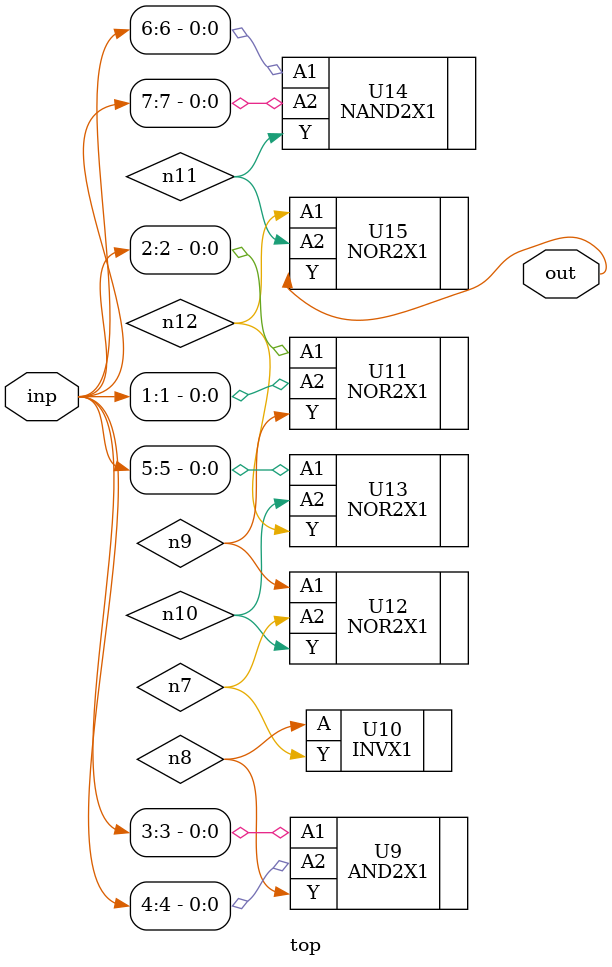
<source format=sv>


module top ( inp, out );
  input [7:0] inp;
  output out;
  wire   n7, n8, n9, n10, n11, n12;

  AND2X1 U9 ( .A1(inp[3]), .A2(inp[4]), .Y(n8) );
  INVX1 U10 ( .A(n8), .Y(n7) );
  NOR2X1 U11 ( .A1(inp[2]), .A2(inp[1]), .Y(n9) );
  NOR2X1 U12 ( .A1(n9), .A2(n7), .Y(n10) );
  NOR2X1 U13 ( .A1(inp[5]), .A2(n10), .Y(n12) );
  NAND2X1 U14 ( .A1(inp[6]), .A2(inp[7]), .Y(n11) );
  NOR2X1 U15 ( .A1(n12), .A2(n11), .Y(out) );
endmodule


</source>
